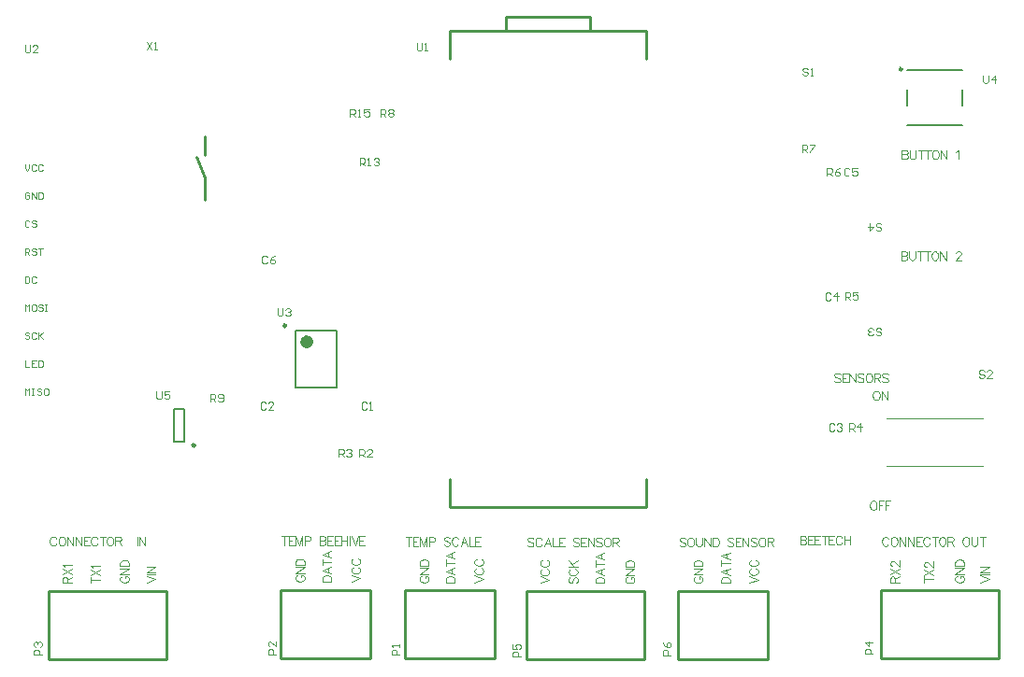
<source format=gto>
G04*
G04 #@! TF.GenerationSoftware,Altium Limited,Altium Designer,21.0.9 (235)*
G04*
G04 Layer_Color=65535*
%FSLAX44Y44*%
%MOMM*%
G71*
G04*
G04 #@! TF.SameCoordinates,2588B0E2-F362-4AB3-B6B3-F61507E4C0EF*
G04*
G04*
G04 #@! TF.FilePolarity,Positive*
G04*
G01*
G75*
%ADD10C,0.2500*%
%ADD11C,0.6000*%
%ADD12C,0.2000*%
%ADD13C,0.1000*%
%ADD14C,0.2540*%
%ADD15C,0.1270*%
D10*
X157296Y194750D02*
G03*
X157296Y194750I-1250J0D01*
G01*
X797500Y535750D02*
G03*
X797500Y535750I-1250J0D01*
G01*
X239599Y303216D02*
G03*
X239599Y303216I-1250J0D01*
G01*
D11*
X261349Y288466D02*
G03*
X261349Y288466I-3000J0D01*
G01*
D12*
X138046Y198000D02*
Y228000D01*
X147046Y198000D02*
Y228000D01*
X138046D02*
X147046D01*
X138046Y198000D02*
X147046D01*
X248349Y247466D02*
Y298466D01*
X285349Y247466D02*
Y298466D01*
X248349D02*
X285349D01*
X248349Y247466D02*
X285349D01*
D13*
X783180Y218778D02*
X870180D01*
X783180Y175778D02*
X870180D01*
X704969Y112498D02*
Y104500D01*
Y112498D02*
X708397D01*
X709540Y112117D01*
X709921Y111737D01*
X710301Y110975D01*
Y110213D01*
X709921Y109451D01*
X709540Y109070D01*
X708397Y108690D01*
X704969D02*
X708397D01*
X709540Y108309D01*
X709921Y107928D01*
X710301Y107166D01*
Y106024D01*
X709921Y105262D01*
X709540Y104881D01*
X708397Y104500D01*
X704969D01*
X717043Y112498D02*
X712092D01*
Y104500D01*
X717043D01*
X712092Y108690D02*
X715138D01*
X723327Y112498D02*
X718376D01*
Y104500D01*
X723327D01*
X718376Y108690D02*
X721423D01*
X727326Y112498D02*
Y104500D01*
X724660Y112498D02*
X729992D01*
X735896D02*
X730945D01*
Y104500D01*
X735896D01*
X730945Y108690D02*
X733992D01*
X742942Y110594D02*
X742561Y111356D01*
X741799Y112117D01*
X741038Y112498D01*
X739514D01*
X738753Y112117D01*
X737991Y111356D01*
X737610Y110594D01*
X737229Y109451D01*
Y107547D01*
X737610Y106404D01*
X737991Y105643D01*
X738753Y104881D01*
X739514Y104500D01*
X741038D01*
X741799Y104881D01*
X742561Y105643D01*
X742942Y106404D01*
X745189Y112498D02*
Y104500D01*
X750521Y112498D02*
Y104500D01*
X745189Y108690D02*
X750521D01*
X770535Y144248D02*
X769773Y143867D01*
X769012Y143106D01*
X768631Y142344D01*
X768250Y141201D01*
Y139297D01*
X768631Y138154D01*
X769012Y137393D01*
X769773Y136631D01*
X770535Y136250D01*
X772059D01*
X772821Y136631D01*
X773582Y137393D01*
X773963Y138154D01*
X774344Y139297D01*
Y141201D01*
X773963Y142344D01*
X773582Y143106D01*
X772821Y143867D01*
X772059Y144248D01*
X770535D01*
X776210D02*
Y136250D01*
Y144248D02*
X781161D01*
X776210Y140440D02*
X779257D01*
X782076Y144248D02*
Y136250D01*
Y144248D02*
X787027D01*
X782076Y140440D02*
X785123D01*
X773285Y243998D02*
X772523Y243617D01*
X771762Y242856D01*
X771381Y242094D01*
X771000Y240951D01*
Y239047D01*
X771381Y237904D01*
X771762Y237143D01*
X772523Y236381D01*
X773285Y236000D01*
X774809D01*
X775571Y236381D01*
X776332Y237143D01*
X776713Y237904D01*
X777094Y239047D01*
Y240951D01*
X776713Y242094D01*
X776332Y242856D01*
X775571Y243617D01*
X774809Y243998D01*
X773285D01*
X778960D02*
Y236000D01*
Y243998D02*
X784292Y236000D01*
Y243998D02*
Y236000D01*
X741582Y258606D02*
X740820Y259367D01*
X739678Y259748D01*
X738154D01*
X737012Y259367D01*
X736250Y258606D01*
Y257844D01*
X736631Y257082D01*
X737012Y256701D01*
X737774Y256320D01*
X740059Y255559D01*
X740820Y255178D01*
X741201Y254797D01*
X741582Y254035D01*
Y252893D01*
X740820Y252131D01*
X739678Y251750D01*
X738154D01*
X737012Y252131D01*
X736250Y252893D01*
X748324Y259748D02*
X743372D01*
Y251750D01*
X748324D01*
X743372Y255940D02*
X746419D01*
X749657Y259748D02*
Y251750D01*
Y259748D02*
X754989Y251750D01*
Y259748D02*
Y251750D01*
X762530Y258606D02*
X761768Y259367D01*
X760626Y259748D01*
X759102D01*
X757960Y259367D01*
X757198Y258606D01*
Y257844D01*
X757579Y257082D01*
X757960Y256701D01*
X758721Y256320D01*
X761007Y255559D01*
X761768Y255178D01*
X762149Y254797D01*
X762530Y254035D01*
Y252893D01*
X761768Y252131D01*
X760626Y251750D01*
X759102D01*
X757960Y252131D01*
X757198Y252893D01*
X766605Y259748D02*
X765844Y259367D01*
X765082Y258606D01*
X764701Y257844D01*
X764320Y256701D01*
Y254797D01*
X764701Y253654D01*
X765082Y252893D01*
X765844Y252131D01*
X766605Y251750D01*
X768129D01*
X768891Y252131D01*
X769652Y252893D01*
X770033Y253654D01*
X770414Y254797D01*
Y256701D01*
X770033Y257844D01*
X769652Y258606D01*
X768891Y259367D01*
X768129Y259748D01*
X766605D01*
X772280D02*
Y251750D01*
Y259748D02*
X775708D01*
X776851Y259367D01*
X777232Y258987D01*
X777613Y258225D01*
Y257463D01*
X777232Y256701D01*
X776851Y256320D01*
X775708Y255940D01*
X772280D01*
X774947D02*
X777613Y251750D01*
X784735Y258606D02*
X783973Y259367D01*
X782831Y259748D01*
X781307D01*
X780164Y259367D01*
X779403Y258606D01*
Y257844D01*
X779784Y257082D01*
X780164Y256701D01*
X780926Y256320D01*
X783211Y255559D01*
X783973Y255178D01*
X784354Y254797D01*
X784735Y254035D01*
Y252893D01*
X783973Y252131D01*
X782831Y251750D01*
X781307D01*
X780164Y252131D01*
X779403Y252893D01*
X3302Y348136D02*
Y342138D01*
X6301D01*
X7301Y343138D01*
Y347136D01*
X6301Y348136D01*
X3302D01*
X13299Y347136D02*
X12299Y348136D01*
X10300D01*
X9300Y347136D01*
Y343138D01*
X10300Y342138D01*
X12299D01*
X13299Y343138D01*
X3302Y367538D02*
Y373536D01*
X6301D01*
X7301Y372536D01*
Y370537D01*
X6301Y369537D01*
X3302D01*
X5301D02*
X7301Y367538D01*
X13299Y372536D02*
X12299Y373536D01*
X10300D01*
X9300Y372536D01*
Y371537D01*
X10300Y370537D01*
X12299D01*
X13299Y369537D01*
Y368538D01*
X12299Y367538D01*
X10300D01*
X9300Y368538D01*
X15298Y373536D02*
X19297D01*
X17298D01*
Y367538D01*
X3302Y449736D02*
Y445737D01*
X5301Y443738D01*
X7301Y445737D01*
Y449736D01*
X13299Y448736D02*
X12299Y449736D01*
X10300D01*
X9300Y448736D01*
Y444738D01*
X10300Y443738D01*
X12299D01*
X13299Y444738D01*
X19297Y448736D02*
X18297Y449736D01*
X16298D01*
X15298Y448736D01*
Y444738D01*
X16298Y443738D01*
X18297D01*
X19297Y444738D01*
X7301Y423336D02*
X6301Y424336D01*
X4302D01*
X3302Y423336D01*
Y419338D01*
X4302Y418338D01*
X6301D01*
X7301Y419338D01*
Y421337D01*
X5301D01*
X9300Y418338D02*
Y424336D01*
X13299Y418338D01*
Y424336D01*
X15298D02*
Y418338D01*
X18297D01*
X19297Y419338D01*
Y423336D01*
X18297Y424336D01*
X15298D01*
X7301Y397936D02*
X6301Y398936D01*
X4302D01*
X3302Y397936D01*
Y393938D01*
X4302Y392938D01*
X6301D01*
X7301Y393938D01*
X13299Y397936D02*
X12299Y398936D01*
X10300D01*
X9300Y397936D01*
Y396937D01*
X10300Y395937D01*
X12299D01*
X13299Y394937D01*
Y393938D01*
X12299Y392938D01*
X10300D01*
X9300Y393938D01*
X3302Y271936D02*
Y265938D01*
X7301D01*
X13299Y271936D02*
X9300D01*
Y265938D01*
X13299D01*
X9300Y268937D02*
X11299D01*
X15298Y271936D02*
Y265938D01*
X18297D01*
X19297Y266938D01*
Y270936D01*
X18297Y271936D01*
X15298D01*
X7301Y296336D02*
X6301Y297336D01*
X4302D01*
X3302Y296336D01*
Y295337D01*
X4302Y294337D01*
X6301D01*
X7301Y293337D01*
Y292338D01*
X6301Y291338D01*
X4302D01*
X3302Y292338D01*
X13299Y296336D02*
X12299Y297336D01*
X10300D01*
X9300Y296336D01*
Y292338D01*
X10300Y291338D01*
X12299D01*
X13299Y292338D01*
X15298Y297336D02*
Y291338D01*
Y293337D01*
X19297Y297336D01*
X16298Y294337D01*
X19297Y291338D01*
X3302Y316738D02*
Y322736D01*
X5301Y320737D01*
X7301Y322736D01*
Y316738D01*
X12299Y322736D02*
X10300D01*
X9300Y321736D01*
Y317738D01*
X10300Y316738D01*
X12299D01*
X13299Y317738D01*
Y321736D01*
X12299Y322736D01*
X19297Y321736D02*
X18297Y322736D01*
X16298D01*
X15298Y321736D01*
Y320737D01*
X16298Y319737D01*
X18297D01*
X19297Y318737D01*
Y317738D01*
X18297Y316738D01*
X16298D01*
X15298Y317738D01*
X21296Y322736D02*
X23296D01*
X22296D01*
Y316738D01*
X21296D01*
X23296D01*
X3302Y240538D02*
Y246536D01*
X5301Y244537D01*
X7301Y246536D01*
Y240538D01*
X9300Y246536D02*
X11299D01*
X10300D01*
Y240538D01*
X9300D01*
X11299D01*
X18297Y245536D02*
X17298Y246536D01*
X15298D01*
X14298Y245536D01*
Y244537D01*
X15298Y243537D01*
X17298D01*
X18297Y242537D01*
Y241538D01*
X17298Y240538D01*
X15298D01*
X14298Y241538D01*
X23296Y246536D02*
X21296D01*
X20296Y245536D01*
Y241538D01*
X21296Y240538D01*
X23296D01*
X24295Y241538D01*
Y245536D01*
X23296Y246536D01*
X796750Y370498D02*
Y362500D01*
Y370498D02*
X800178D01*
X801320Y370117D01*
X801701Y369737D01*
X802082Y368975D01*
Y368213D01*
X801701Y367451D01*
X801320Y367070D01*
X800178Y366690D01*
X796750D02*
X800178D01*
X801320Y366309D01*
X801701Y365928D01*
X802082Y365166D01*
Y364024D01*
X801701Y363262D01*
X801320Y362881D01*
X800178Y362500D01*
X796750D01*
X803872Y370498D02*
Y364785D01*
X804253Y363643D01*
X805015Y362881D01*
X806158Y362500D01*
X806919D01*
X808062Y362881D01*
X808824Y363643D01*
X809204Y364785D01*
Y370498D01*
X814080D02*
Y362500D01*
X811413Y370498D02*
X816746D01*
X820364D02*
Y362500D01*
X817698Y370498D02*
X823030D01*
X826267D02*
X825506Y370117D01*
X824744Y369356D01*
X824363Y368594D01*
X823982Y367451D01*
Y365547D01*
X824363Y364404D01*
X824744Y363643D01*
X825506Y362881D01*
X826267Y362500D01*
X827791D01*
X828553Y362881D01*
X829314Y363643D01*
X829695Y364404D01*
X830076Y365547D01*
Y367451D01*
X829695Y368594D01*
X829314Y369356D01*
X828553Y370117D01*
X827791Y370498D01*
X826267D01*
X831943D02*
Y362500D01*
Y370498D02*
X837275Y362500D01*
Y370498D02*
Y362500D01*
X846149Y368594D02*
Y368975D01*
X846530Y369737D01*
X846911Y370117D01*
X847673Y370498D01*
X849196D01*
X849958Y370117D01*
X850339Y369737D01*
X850719Y368975D01*
Y368213D01*
X850339Y367451D01*
X849577Y366309D01*
X845768Y362500D01*
X851100D01*
X797250Y462248D02*
Y454250D01*
Y462248D02*
X800678D01*
X801820Y461867D01*
X802201Y461487D01*
X802582Y460725D01*
Y459963D01*
X802201Y459201D01*
X801820Y458820D01*
X800678Y458440D01*
X797250D02*
X800678D01*
X801820Y458059D01*
X802201Y457678D01*
X802582Y456916D01*
Y455774D01*
X802201Y455012D01*
X801820Y454631D01*
X800678Y454250D01*
X797250D01*
X804372Y462248D02*
Y456535D01*
X804753Y455393D01*
X805515Y454631D01*
X806657Y454250D01*
X807419D01*
X808562Y454631D01*
X809324Y455393D01*
X809705Y456535D01*
Y462248D01*
X814580D02*
Y454250D01*
X811914Y462248D02*
X817246D01*
X820864D02*
Y454250D01*
X818198Y462248D02*
X823530D01*
X826768D02*
X826006Y461867D01*
X825244Y461106D01*
X824863Y460344D01*
X824482Y459201D01*
Y457297D01*
X824863Y456154D01*
X825244Y455393D01*
X826006Y454631D01*
X826768Y454250D01*
X828291D01*
X829053Y454631D01*
X829815Y455393D01*
X830195Y456154D01*
X830576Y457297D01*
Y459201D01*
X830195Y460344D01*
X829815Y461106D01*
X829053Y461867D01*
X828291Y462248D01*
X826768D01*
X832442D02*
Y454250D01*
Y462248D02*
X837775Y454250D01*
Y462248D02*
Y454250D01*
X846268Y460725D02*
X847030Y461106D01*
X848173Y462248D01*
Y454250D01*
X786852Y70470D02*
X794850D01*
X786852D02*
Y73898D01*
X787233Y75040D01*
X787613Y75421D01*
X788375Y75802D01*
X789137D01*
X789899Y75421D01*
X790279Y75040D01*
X790660Y73898D01*
Y70470D01*
Y73136D02*
X794850Y75802D01*
X786852Y77592D02*
X794850Y82924D01*
X786852D02*
X794850Y77592D01*
X788756Y85096D02*
X788375D01*
X787613Y85476D01*
X787233Y85857D01*
X786852Y86619D01*
Y88142D01*
X787233Y88904D01*
X787613Y89285D01*
X788375Y89666D01*
X789137D01*
X789899Y89285D01*
X791041Y88523D01*
X794850Y84715D01*
Y90047D01*
X817502Y73136D02*
X825500D01*
X817502Y70470D02*
Y75802D01*
Y76754D02*
X825500Y82087D01*
X817502D02*
X825500Y76754D01*
X819406Y84257D02*
X819025D01*
X818263Y84638D01*
X817883Y85019D01*
X817502Y85781D01*
Y87304D01*
X817883Y88066D01*
X818263Y88447D01*
X819025Y88828D01*
X819787D01*
X820549Y88447D01*
X821691Y87685D01*
X825500Y83877D01*
Y89209D01*
X868252Y70470D02*
X876250Y73517D01*
X868252Y76564D02*
X876250Y73517D01*
X868252Y77592D02*
X876250D01*
X868252Y79268D02*
X876250D01*
X868252D02*
X876250Y84600D01*
X868252D02*
X876250D01*
X847406Y76183D02*
X846644Y75802D01*
X845882Y75040D01*
X845502Y74279D01*
Y72755D01*
X845882Y71993D01*
X846644Y71232D01*
X847406Y70851D01*
X848549Y70470D01*
X850453D01*
X851596Y70851D01*
X852357Y71232D01*
X853119Y71993D01*
X853500Y72755D01*
Y74279D01*
X853119Y75040D01*
X852357Y75802D01*
X851596Y76183D01*
X850453D01*
Y74279D02*
Y76183D01*
X845502Y78011D02*
X853500D01*
X845502D02*
X853500Y83343D01*
X845502D02*
X853500D01*
X845502Y85553D02*
X853500D01*
X845502D02*
Y88219D01*
X845882Y89361D01*
X846644Y90123D01*
X847406Y90504D01*
X848549Y90885D01*
X850453D01*
X851596Y90504D01*
X852357Y90123D01*
X853119Y89361D01*
X853500Y88219D01*
Y85553D01*
X519752Y69720D02*
X527750D01*
X519752D02*
Y72386D01*
X520132Y73529D01*
X520894Y74290D01*
X521656Y74671D01*
X522799Y75052D01*
X524703D01*
X525846Y74671D01*
X526607Y74290D01*
X527369Y73529D01*
X527750Y72386D01*
Y69720D01*
Y82936D02*
X519752Y79889D01*
X527750Y76842D01*
X525084Y77985D02*
Y81794D01*
X519752Y87469D02*
X527750D01*
X519752Y84803D02*
Y90135D01*
X527750Y97181D02*
X519752Y94134D01*
X527750Y91087D01*
X525084Y92229D02*
Y96038D01*
X496644Y75052D02*
X495882Y74290D01*
X495502Y73148D01*
Y71624D01*
X495882Y70482D01*
X496644Y69720D01*
X497406D01*
X498168Y70101D01*
X498549Y70482D01*
X498929Y71244D01*
X499691Y73529D01*
X500072Y74290D01*
X500453Y74671D01*
X501215Y75052D01*
X502357D01*
X503119Y74290D01*
X503500Y73148D01*
Y71624D01*
X503119Y70482D01*
X502357Y69720D01*
X497406Y82555D02*
X496644Y82175D01*
X495882Y81413D01*
X495502Y80651D01*
Y79128D01*
X495882Y78366D01*
X496644Y77604D01*
X497406Y77223D01*
X498549Y76842D01*
X500453D01*
X501596Y77223D01*
X502357Y77604D01*
X503119Y78366D01*
X503500Y79128D01*
Y80651D01*
X503119Y81413D01*
X502357Y82175D01*
X501596Y82555D01*
X495502Y84803D02*
X503500D01*
X495502Y90135D02*
X500834Y84803D01*
X498929Y86707D02*
X503500Y90135D01*
X633502Y69970D02*
X641500D01*
X633502D02*
Y72636D01*
X633883Y73779D01*
X634644Y74541D01*
X635406Y74921D01*
X636549Y75302D01*
X638453D01*
X639596Y74921D01*
X640357Y74541D01*
X641119Y73779D01*
X641500Y72636D01*
Y69970D01*
Y83186D02*
X633502Y80139D01*
X641500Y77092D01*
X638834Y78235D02*
Y82044D01*
X633502Y87719D02*
X641500D01*
X633502Y85052D02*
Y90385D01*
X641500Y97431D02*
X633502Y94384D01*
X641500Y91337D01*
X638834Y92479D02*
Y96288D01*
X384300Y70470D02*
X392298D01*
X384300D02*
Y73136D01*
X384680Y74279D01*
X385442Y75040D01*
X386204Y75421D01*
X387347Y75802D01*
X389251D01*
X390394Y75421D01*
X391155Y75040D01*
X391917Y74279D01*
X392298Y73136D01*
Y70470D01*
Y83686D02*
X384300Y80639D01*
X392298Y77592D01*
X389632Y78735D02*
Y82544D01*
X384300Y88219D02*
X392298D01*
X384300Y85553D02*
Y90885D01*
X392298Y97931D02*
X384300Y94884D01*
X392298Y91837D01*
X389632Y92979D02*
Y96788D01*
X362656Y76183D02*
X361894Y75802D01*
X361133Y75040D01*
X360752Y74279D01*
Y72755D01*
X361133Y71993D01*
X361894Y71232D01*
X362656Y70851D01*
X363799Y70470D01*
X365703D01*
X366846Y70851D01*
X367607Y71232D01*
X368369Y71993D01*
X368750Y72755D01*
Y74279D01*
X368369Y75040D01*
X367607Y75802D01*
X366846Y76183D01*
X365703D01*
Y74279D02*
Y76183D01*
X360752Y78011D02*
X368750D01*
X360752D02*
X368750Y83343D01*
X360752D02*
X368750D01*
X360752Y85553D02*
X368750D01*
X360752D02*
Y88219D01*
X361133Y89361D01*
X361894Y90123D01*
X362656Y90504D01*
X363799Y90885D01*
X365703D01*
X366846Y90504D01*
X367607Y90123D01*
X368369Y89361D01*
X368750Y88219D01*
Y85553D01*
X610656Y75683D02*
X609894Y75302D01*
X609132Y74540D01*
X608752Y73779D01*
Y72255D01*
X609132Y71494D01*
X609894Y70732D01*
X610656Y70351D01*
X611799Y69970D01*
X613703D01*
X614846Y70351D01*
X615607Y70732D01*
X616369Y71494D01*
X616750Y72255D01*
Y73779D01*
X616369Y74540D01*
X615607Y75302D01*
X614846Y75683D01*
X613703D01*
Y73779D02*
Y75683D01*
X608752Y77511D02*
X616750D01*
X608752D02*
X616750Y82843D01*
X608752D02*
X616750D01*
X608752Y85052D02*
X616750D01*
X608752D02*
Y87719D01*
X609132Y88861D01*
X609894Y89623D01*
X610656Y90004D01*
X611799Y90385D01*
X613703D01*
X614846Y90004D01*
X615607Y89623D01*
X616369Y88861D01*
X616750Y87719D01*
Y85052D01*
X548906Y75433D02*
X548144Y75052D01*
X547383Y74290D01*
X547002Y73529D01*
Y72005D01*
X547383Y71244D01*
X548144Y70482D01*
X548906Y70101D01*
X550049Y69720D01*
X551953D01*
X553096Y70101D01*
X553857Y70482D01*
X554619Y71244D01*
X555000Y72005D01*
Y73529D01*
X554619Y74290D01*
X553857Y75052D01*
X553096Y75433D01*
X551953D01*
Y73529D02*
Y75433D01*
X547002Y77261D02*
X555000D01*
X547002D02*
X555000Y82593D01*
X547002D02*
X555000D01*
X547002Y84803D02*
X555000D01*
X547002D02*
Y87469D01*
X547383Y88611D01*
X548144Y89373D01*
X548906Y89754D01*
X550049Y90135D01*
X551953D01*
X553096Y89754D01*
X553857Y89373D01*
X554619Y88611D01*
X555000Y87469D01*
Y84803D01*
X469752Y69720D02*
X477750Y72767D01*
X469752Y75814D02*
X477750Y72767D01*
X471656Y82555D02*
X470894Y82175D01*
X470133Y81413D01*
X469752Y80651D01*
Y79127D01*
X470133Y78366D01*
X470894Y77604D01*
X471656Y77223D01*
X472799Y76842D01*
X474703D01*
X475846Y77223D01*
X476607Y77604D01*
X477369Y78366D01*
X477750Y79127D01*
Y80651D01*
X477369Y81413D01*
X476607Y82175D01*
X475846Y82555D01*
X471656Y90515D02*
X470894Y90135D01*
X470133Y89373D01*
X469752Y88611D01*
Y87088D01*
X470133Y86326D01*
X470894Y85564D01*
X471656Y85183D01*
X472799Y84803D01*
X474703D01*
X475846Y85183D01*
X476607Y85564D01*
X477369Y86326D01*
X477750Y87088D01*
Y88611D01*
X477369Y89373D01*
X476607Y90135D01*
X475846Y90515D01*
X659002Y69970D02*
X667000Y73017D01*
X659002Y76064D02*
X667000Y73017D01*
X660906Y82805D02*
X660144Y82424D01*
X659382Y81663D01*
X659002Y80901D01*
Y79377D01*
X659382Y78616D01*
X660144Y77854D01*
X660906Y77473D01*
X662049Y77092D01*
X663953D01*
X665096Y77473D01*
X665857Y77854D01*
X666619Y78616D01*
X667000Y79377D01*
Y80901D01*
X666619Y81663D01*
X665857Y82424D01*
X665096Y82805D01*
X660906Y90766D02*
X660144Y90385D01*
X659382Y89623D01*
X659002Y88861D01*
Y87338D01*
X659382Y86576D01*
X660144Y85814D01*
X660906Y85433D01*
X662049Y85052D01*
X663953D01*
X665096Y85433D01*
X665857Y85814D01*
X666619Y86576D01*
X667000Y87338D01*
Y88861D01*
X666619Y89623D01*
X665857Y90385D01*
X665096Y90766D01*
X410252Y70470D02*
X418250Y73517D01*
X410252Y76564D02*
X418250Y73517D01*
X412156Y83305D02*
X411394Y82924D01*
X410633Y82163D01*
X410252Y81401D01*
Y79878D01*
X410633Y79116D01*
X411394Y78354D01*
X412156Y77973D01*
X413299Y77592D01*
X415203D01*
X416346Y77973D01*
X417107Y78354D01*
X417869Y79116D01*
X418250Y79878D01*
Y81401D01*
X417869Y82163D01*
X417107Y82924D01*
X416346Y83305D01*
X412156Y91266D02*
X411394Y90885D01*
X410633Y90123D01*
X410252Y89361D01*
Y87838D01*
X410633Y87076D01*
X411394Y86314D01*
X412156Y85933D01*
X413299Y85553D01*
X415203D01*
X416346Y85933D01*
X417107Y86314D01*
X417869Y87076D01*
X418250Y87838D01*
Y89361D01*
X417869Y90123D01*
X417107Y90885D01*
X416346Y91266D01*
X298752Y71220D02*
X306750Y74267D01*
X298752Y77314D02*
X306750Y74267D01*
X300656Y84055D02*
X299894Y83674D01*
X299132Y82913D01*
X298752Y82151D01*
Y80627D01*
X299132Y79866D01*
X299894Y79104D01*
X300656Y78723D01*
X301799Y78342D01*
X303703D01*
X304846Y78723D01*
X305607Y79104D01*
X306369Y79866D01*
X306750Y80627D01*
Y82151D01*
X306369Y82913D01*
X305607Y83674D01*
X304846Y84055D01*
X300656Y92015D02*
X299894Y91635D01*
X299132Y90873D01*
X298752Y90111D01*
Y88588D01*
X299132Y87826D01*
X299894Y87064D01*
X300656Y86683D01*
X301799Y86302D01*
X303703D01*
X304846Y86683D01*
X305607Y87064D01*
X306369Y87826D01*
X306750Y88588D01*
Y90111D01*
X306369Y90873D01*
X305607Y91635D01*
X304846Y92015D01*
X272502Y71220D02*
X280500D01*
X272502D02*
Y73886D01*
X272883Y75029D01*
X273644Y75791D01*
X274406Y76171D01*
X275549Y76552D01*
X277453D01*
X278596Y76171D01*
X279357Y75791D01*
X280119Y75029D01*
X280500Y73886D01*
Y71220D01*
Y84436D02*
X272502Y81389D01*
X280500Y78342D01*
X277834Y79485D02*
Y83294D01*
X272502Y88969D02*
X280500D01*
X272502Y86302D02*
Y91635D01*
X280500Y98681D02*
X272502Y95634D01*
X280500Y92587D01*
X277834Y93729D02*
Y97538D01*
X250152Y76933D02*
X249390Y76552D01*
X248629Y75791D01*
X248248Y75029D01*
Y73505D01*
X248629Y72744D01*
X249390Y71982D01*
X250152Y71601D01*
X251295Y71220D01*
X253199D01*
X254342Y71601D01*
X255103Y71982D01*
X255865Y72744D01*
X256246Y73505D01*
Y75029D01*
X255865Y75791D01*
X255103Y76552D01*
X254342Y76933D01*
X253199D01*
Y75029D02*
Y76933D01*
X248248Y78761D02*
X256246D01*
X248248D02*
X256246Y84094D01*
X248248D02*
X256246D01*
X248248Y86302D02*
X256246D01*
X248248D02*
Y88969D01*
X248629Y90111D01*
X249390Y90873D01*
X250152Y91254D01*
X251295Y91635D01*
X253199D01*
X254342Y91254D01*
X255103Y90873D01*
X255865Y90111D01*
X256246Y88969D01*
Y86302D01*
X784923Y109594D02*
X784542Y110356D01*
X783780Y111117D01*
X783019Y111498D01*
X781495D01*
X780733Y111117D01*
X779972Y110356D01*
X779591Y109594D01*
X779210Y108451D01*
Y106547D01*
X779591Y105404D01*
X779972Y104643D01*
X780733Y103881D01*
X781495Y103500D01*
X783019D01*
X783780Y103881D01*
X784542Y104643D01*
X784923Y105404D01*
X789455Y111498D02*
X788694Y111117D01*
X787932Y110356D01*
X787551Y109594D01*
X787170Y108451D01*
Y106547D01*
X787551Y105404D01*
X787932Y104643D01*
X788694Y103881D01*
X789455Y103500D01*
X790979D01*
X791741Y103881D01*
X792502Y104643D01*
X792883Y105404D01*
X793264Y106547D01*
Y108451D01*
X792883Y109594D01*
X792502Y110356D01*
X791741Y111117D01*
X790979Y111498D01*
X789455D01*
X795130D02*
Y103500D01*
Y111498D02*
X800463Y103500D01*
Y111498D02*
Y103500D01*
X802672Y111498D02*
Y103500D01*
Y111498D02*
X808004Y103500D01*
Y111498D02*
Y103500D01*
X815164Y111498D02*
X810213D01*
Y103500D01*
X815164D01*
X810213Y107690D02*
X813260D01*
X822210Y109594D02*
X821830Y110356D01*
X821068Y111117D01*
X820306Y111498D01*
X818783D01*
X818021Y111117D01*
X817259Y110356D01*
X816878Y109594D01*
X816497Y108451D01*
Y106547D01*
X816878Y105404D01*
X817259Y104643D01*
X818021Y103881D01*
X818783Y103500D01*
X820306D01*
X821068Y103881D01*
X821830Y104643D01*
X822210Y105404D01*
X827124Y111498D02*
Y103500D01*
X824457Y111498D02*
X829790D01*
X833027D02*
X832265Y111117D01*
X831504Y110356D01*
X831123Y109594D01*
X830742Y108451D01*
Y106547D01*
X831123Y105404D01*
X831504Y104643D01*
X832265Y103881D01*
X833027Y103500D01*
X834551D01*
X835312Y103881D01*
X836074Y104643D01*
X836455Y105404D01*
X836836Y106547D01*
Y108451D01*
X836455Y109594D01*
X836074Y110356D01*
X835312Y111117D01*
X834551Y111498D01*
X833027D01*
X838702D02*
Y103500D01*
Y111498D02*
X842130D01*
X843272Y111117D01*
X843653Y110737D01*
X844034Y109975D01*
Y109213D01*
X843653Y108451D01*
X843272Y108070D01*
X842130Y107690D01*
X838702D01*
X841368D02*
X844034Y103500D01*
X854394Y111498D02*
X853632Y111117D01*
X852870Y110356D01*
X852490Y109594D01*
X852109Y108451D01*
Y106547D01*
X852490Y105404D01*
X852870Y104643D01*
X853632Y103881D01*
X854394Y103500D01*
X855917D01*
X856679Y103881D01*
X857441Y104643D01*
X857822Y105404D01*
X858203Y106547D01*
Y108451D01*
X857822Y109594D01*
X857441Y110356D01*
X856679Y111117D01*
X855917Y111498D01*
X854394D01*
X860069D02*
Y105785D01*
X860450Y104643D01*
X861212Y103881D01*
X862354Y103500D01*
X863116D01*
X864258Y103881D01*
X865020Y104643D01*
X865401Y105785D01*
Y111498D01*
X870276D02*
Y103500D01*
X867610Y111498D02*
X872942D01*
X601192Y109856D02*
X600430Y110617D01*
X599288Y110998D01*
X597764D01*
X596622Y110617D01*
X595860Y109856D01*
Y109094D01*
X596241Y108332D01*
X596622Y107951D01*
X597383Y107570D01*
X599669Y106809D01*
X600430Y106428D01*
X600811Y106047D01*
X601192Y105285D01*
Y104143D01*
X600430Y103381D01*
X599288Y103000D01*
X597764D01*
X596622Y103381D01*
X595860Y104143D01*
X605267Y110998D02*
X604506Y110617D01*
X603744Y109856D01*
X603363Y109094D01*
X602982Y107951D01*
Y106047D01*
X603363Y104904D01*
X603744Y104143D01*
X604506Y103381D01*
X605267Y103000D01*
X606791D01*
X607553Y103381D01*
X608314Y104143D01*
X608695Y104904D01*
X609076Y106047D01*
Y107951D01*
X608695Y109094D01*
X608314Y109856D01*
X607553Y110617D01*
X606791Y110998D01*
X605267D01*
X610942D02*
Y105285D01*
X611323Y104143D01*
X612085Y103381D01*
X613228Y103000D01*
X613989D01*
X615132Y103381D01*
X615894Y104143D01*
X616275Y105285D01*
Y110998D01*
X618484D02*
Y103000D01*
Y110998D02*
X623816Y103000D01*
Y110998D02*
Y103000D01*
X626025Y110998D02*
Y103000D01*
Y110998D02*
X628691D01*
X629834Y110617D01*
X630595Y109856D01*
X630976Y109094D01*
X631357Y107951D01*
Y106047D01*
X630976Y104904D01*
X630595Y104143D01*
X629834Y103381D01*
X628691Y103000D01*
X626025D01*
X644764Y109856D02*
X644002Y110617D01*
X642859Y110998D01*
X641336D01*
X640193Y110617D01*
X639432Y109856D01*
Y109094D01*
X639813Y108332D01*
X640193Y107951D01*
X640955Y107570D01*
X643240Y106809D01*
X644002Y106428D01*
X644383Y106047D01*
X644764Y105285D01*
Y104143D01*
X644002Y103381D01*
X642859Y103000D01*
X641336D01*
X640193Y103381D01*
X639432Y104143D01*
X651505Y110998D02*
X646554D01*
Y103000D01*
X651505D01*
X646554Y107190D02*
X649601D01*
X652838Y110998D02*
Y103000D01*
Y110998D02*
X658170Y103000D01*
Y110998D02*
Y103000D01*
X665712Y109856D02*
X664950Y110617D01*
X663807Y110998D01*
X662284D01*
X661141Y110617D01*
X660379Y109856D01*
Y109094D01*
X660760Y108332D01*
X661141Y107951D01*
X661903Y107570D01*
X664188Y106809D01*
X664950Y106428D01*
X665331Y106047D01*
X665712Y105285D01*
Y104143D01*
X664950Y103381D01*
X663807Y103000D01*
X662284D01*
X661141Y103381D01*
X660379Y104143D01*
X669787Y110998D02*
X669025Y110617D01*
X668264Y109856D01*
X667883Y109094D01*
X667502Y107951D01*
Y106047D01*
X667883Y104904D01*
X668264Y104143D01*
X669025Y103381D01*
X669787Y103000D01*
X671311D01*
X672072Y103381D01*
X672834Y104143D01*
X673215Y104904D01*
X673596Y106047D01*
Y107951D01*
X673215Y109094D01*
X672834Y109856D01*
X672072Y110617D01*
X671311Y110998D01*
X669787D01*
X675462D02*
Y103000D01*
Y110998D02*
X678890D01*
X680033Y110617D01*
X680413Y110237D01*
X680794Y109475D01*
Y108713D01*
X680413Y107951D01*
X680033Y107570D01*
X678890Y107190D01*
X675462D01*
X678128D02*
X680794Y103000D01*
X463642Y109606D02*
X462880Y110367D01*
X461738Y110748D01*
X460214D01*
X459072Y110367D01*
X458310Y109606D01*
Y108844D01*
X458691Y108082D01*
X459072Y107701D01*
X459833Y107320D01*
X462119Y106559D01*
X462880Y106178D01*
X463261Y105797D01*
X463642Y105035D01*
Y103893D01*
X462880Y103131D01*
X461738Y102750D01*
X460214D01*
X459072Y103131D01*
X458310Y103893D01*
X471145Y108844D02*
X470765Y109606D01*
X470003Y110367D01*
X469241Y110748D01*
X467718D01*
X466956Y110367D01*
X466194Y109606D01*
X465813Y108844D01*
X465432Y107701D01*
Y105797D01*
X465813Y104654D01*
X466194Y103893D01*
X466956Y103131D01*
X467718Y102750D01*
X469241D01*
X470003Y103131D01*
X470765Y103893D01*
X471145Y104654D01*
X479486Y102750D02*
X476439Y110748D01*
X473392Y102750D01*
X474535Y105416D02*
X478344D01*
X481353Y110748D02*
Y102750D01*
X485923D01*
X491750Y110748D02*
X486799D01*
Y102750D01*
X491750D01*
X486799Y106940D02*
X489846D01*
X504700Y109606D02*
X503938Y110367D01*
X502796Y110748D01*
X501272D01*
X500130Y110367D01*
X499368Y109606D01*
Y108844D01*
X499749Y108082D01*
X500130Y107701D01*
X500891Y107320D01*
X503177Y106559D01*
X503938Y106178D01*
X504319Y105797D01*
X504700Y105035D01*
Y103893D01*
X503938Y103131D01*
X502796Y102750D01*
X501272D01*
X500130Y103131D01*
X499368Y103893D01*
X511441Y110748D02*
X506490D01*
Y102750D01*
X511441D01*
X506490Y106940D02*
X509537D01*
X512775Y110748D02*
Y102750D01*
Y110748D02*
X518107Y102750D01*
Y110748D02*
Y102750D01*
X525648Y109606D02*
X524886Y110367D01*
X523744Y110748D01*
X522220D01*
X521077Y110367D01*
X520316Y109606D01*
Y108844D01*
X520697Y108082D01*
X521077Y107701D01*
X521839Y107320D01*
X524124Y106559D01*
X524886Y106178D01*
X525267Y105797D01*
X525648Y105035D01*
Y103893D01*
X524886Y103131D01*
X523744Y102750D01*
X522220D01*
X521077Y103131D01*
X520316Y103893D01*
X529723Y110748D02*
X528962Y110367D01*
X528200Y109606D01*
X527819Y108844D01*
X527438Y107701D01*
Y105797D01*
X527819Y104654D01*
X528200Y103893D01*
X528962Y103131D01*
X529723Y102750D01*
X531247D01*
X532009Y103131D01*
X532770Y103893D01*
X533151Y104654D01*
X533532Y105797D01*
Y107701D01*
X533151Y108844D01*
X532770Y109606D01*
X532009Y110367D01*
X531247Y110748D01*
X529723D01*
X535398D02*
Y102750D01*
Y110748D02*
X538826D01*
X539969Y110367D01*
X540350Y109986D01*
X540731Y109225D01*
Y108463D01*
X540350Y107701D01*
X539969Y107320D01*
X538826Y106940D01*
X535398D01*
X538064D02*
X540731Y102750D01*
X350876Y111498D02*
Y103500D01*
X348210Y111498D02*
X353542D01*
X359446D02*
X354494D01*
Y103500D01*
X359446D01*
X354494Y107690D02*
X357541D01*
X360779Y111498D02*
Y103500D01*
Y111498D02*
X363826Y103500D01*
X366873Y111498D02*
X363826Y103500D01*
X366873Y111498D02*
Y103500D01*
X369158Y107309D02*
X372586D01*
X373728Y107690D01*
X374109Y108070D01*
X374490Y108832D01*
Y109975D01*
X374109Y110737D01*
X373728Y111117D01*
X372586Y111498D01*
X369158D01*
Y103500D01*
X387897Y110356D02*
X387135Y111117D01*
X385992Y111498D01*
X384469D01*
X383326Y111117D01*
X382565Y110356D01*
Y109594D01*
X382945Y108832D01*
X383326Y108451D01*
X384088Y108070D01*
X386373Y107309D01*
X387135Y106928D01*
X387516Y106547D01*
X387897Y105785D01*
Y104643D01*
X387135Y103881D01*
X385992Y103500D01*
X384469D01*
X383326Y103881D01*
X382565Y104643D01*
X395400Y109594D02*
X395019Y110356D01*
X394257Y111117D01*
X393495Y111498D01*
X391972D01*
X391210Y111117D01*
X390448Y110356D01*
X390068Y109594D01*
X389687Y108451D01*
Y106547D01*
X390068Y105404D01*
X390448Y104643D01*
X391210Y103881D01*
X391972Y103500D01*
X393495D01*
X394257Y103881D01*
X395019Y104643D01*
X395400Y105404D01*
X403741Y103500D02*
X400694Y111498D01*
X397647Y103500D01*
X398790Y106166D02*
X402598D01*
X405607Y111498D02*
Y103500D01*
X410178D01*
X416005Y111498D02*
X411054D01*
Y103500D01*
X416005D01*
X411054Y107690D02*
X414101D01*
X238403Y112248D02*
Y104250D01*
X235737Y112248D02*
X241069D01*
X246973D02*
X242022D01*
Y104250D01*
X246973D01*
X242022Y108440D02*
X245068D01*
X248306Y112248D02*
Y104250D01*
Y112248D02*
X251353Y104250D01*
X254400Y112248D02*
X251353Y104250D01*
X254400Y112248D02*
Y104250D01*
X256685Y108059D02*
X260113D01*
X261255Y108440D01*
X261636Y108820D01*
X262017Y109582D01*
Y110725D01*
X261636Y111487D01*
X261255Y111867D01*
X260113Y112248D01*
X256685D01*
Y104250D01*
X270092Y112248D02*
Y104250D01*
Y112248D02*
X273520D01*
X274662Y111867D01*
X275043Y111487D01*
X275424Y110725D01*
Y109963D01*
X275043Y109201D01*
X274662Y108820D01*
X273520Y108440D01*
X270092D02*
X273520D01*
X274662Y108059D01*
X275043Y107678D01*
X275424Y106916D01*
Y105773D01*
X275043Y105012D01*
X274662Y104631D01*
X273520Y104250D01*
X270092D01*
X282165Y112248D02*
X277214D01*
Y104250D01*
X282165D01*
X277214Y108440D02*
X280261D01*
X288450Y112248D02*
X283498D01*
Y104250D01*
X288450D01*
X283498Y108440D02*
X286545D01*
X289783Y112248D02*
Y104250D01*
X295115Y112248D02*
Y104250D01*
X289783Y108440D02*
X295115D01*
X297324Y112248D02*
Y104250D01*
X299000Y112248D02*
X302047Y104250D01*
X305094Y112248D02*
X302047Y104250D01*
X311073Y112248D02*
X306122D01*
Y104250D01*
X311073D01*
X306122Y108440D02*
X309169D01*
X31425Y109844D02*
X31044Y110606D01*
X30282Y111367D01*
X29521Y111748D01*
X27997D01*
X27236Y111367D01*
X26474Y110606D01*
X26093Y109844D01*
X25712Y108701D01*
Y106797D01*
X26093Y105654D01*
X26474Y104893D01*
X27236Y104131D01*
X27997Y103750D01*
X29521D01*
X30282Y104131D01*
X31044Y104893D01*
X31425Y105654D01*
X35958Y111748D02*
X35196Y111367D01*
X34434Y110606D01*
X34053Y109844D01*
X33672Y108701D01*
Y106797D01*
X34053Y105654D01*
X34434Y104893D01*
X35196Y104131D01*
X35958Y103750D01*
X37481D01*
X38243Y104131D01*
X39004Y104893D01*
X39385Y105654D01*
X39766Y106797D01*
Y108701D01*
X39385Y109844D01*
X39004Y110606D01*
X38243Y111367D01*
X37481Y111748D01*
X35958D01*
X41632D02*
Y103750D01*
Y111748D02*
X46965Y103750D01*
Y111748D02*
Y103750D01*
X49174Y111748D02*
Y103750D01*
Y111748D02*
X54506Y103750D01*
Y111748D02*
Y103750D01*
X61666Y111748D02*
X56715D01*
Y103750D01*
X61666D01*
X56715Y107940D02*
X59762D01*
X68712Y109844D02*
X68331Y110606D01*
X67570Y111367D01*
X66808Y111748D01*
X65285D01*
X64523Y111367D01*
X63761Y110606D01*
X63380Y109844D01*
X62999Y108701D01*
Y106797D01*
X63380Y105654D01*
X63761Y104893D01*
X64523Y104131D01*
X65285Y103750D01*
X66808D01*
X67570Y104131D01*
X68331Y104893D01*
X68712Y105654D01*
X73626Y111748D02*
Y103750D01*
X70960Y111748D02*
X76292D01*
X79529D02*
X78767Y111367D01*
X78006Y110606D01*
X77625Y109844D01*
X77244Y108701D01*
Y106797D01*
X77625Y105654D01*
X78006Y104893D01*
X78767Y104131D01*
X79529Y103750D01*
X81053D01*
X81814Y104131D01*
X82576Y104893D01*
X82957Y105654D01*
X83338Y106797D01*
Y108701D01*
X82957Y109844D01*
X82576Y110606D01*
X81814Y111367D01*
X81053Y111748D01*
X79529D01*
X85204D02*
Y103750D01*
Y111748D02*
X88632D01*
X89775Y111367D01*
X90155Y110987D01*
X90536Y110225D01*
Y109463D01*
X90155Y108701D01*
X89775Y108321D01*
X88632Y107940D01*
X85204D01*
X87870D02*
X90536Y103750D01*
X104895Y111748D02*
Y103750D01*
X106571Y111748D02*
Y103750D01*
Y111748D02*
X111903Y103750D01*
Y111748D02*
Y103750D01*
X113404Y70220D02*
X121402Y73267D01*
X113404Y76314D02*
X121402Y73267D01*
X113404Y77342D02*
X121402D01*
X113404Y79018D02*
X121402D01*
X113404D02*
X121402Y84350D01*
X113404D02*
X121402D01*
X91308Y75933D02*
X90546Y75552D01*
X89785Y74791D01*
X89404Y74029D01*
Y72505D01*
X89785Y71743D01*
X90546Y70982D01*
X91308Y70601D01*
X92451Y70220D01*
X94355D01*
X95498Y70601D01*
X96259Y70982D01*
X97021Y71743D01*
X97402Y72505D01*
Y74029D01*
X97021Y74791D01*
X96259Y75552D01*
X95498Y75933D01*
X94355D01*
Y74029D02*
Y75933D01*
X89404Y77761D02*
X97402D01*
X89404D02*
X97402Y83094D01*
X89404D02*
X97402D01*
X89404Y85302D02*
X97402D01*
X89404D02*
Y87969D01*
X89785Y89111D01*
X90546Y89873D01*
X91308Y90254D01*
X92451Y90635D01*
X94355D01*
X95498Y90254D01*
X96259Y89873D01*
X97021Y89111D01*
X97402Y87969D01*
Y85302D01*
X63154Y72886D02*
X71152D01*
X63154Y70220D02*
Y75552D01*
Y76504D02*
X71152Y81837D01*
X63154D02*
X71152Y76504D01*
X64677Y83627D02*
X64296Y84388D01*
X63154Y85531D01*
X71152D01*
X37654Y70220D02*
X45652D01*
X37654D02*
Y73648D01*
X38035Y74791D01*
X38416Y75171D01*
X39177Y75552D01*
X39939D01*
X40701Y75171D01*
X41082Y74791D01*
X41462Y73648D01*
Y70220D01*
Y72886D02*
X45652Y75552D01*
X37654Y77342D02*
X45652Y82675D01*
X37654D02*
X45652Y77342D01*
X39177Y84465D02*
X38796Y85226D01*
X37654Y86369D01*
X45652D01*
X122412Y243877D02*
Y238046D01*
X123579Y236879D01*
X125911D01*
X127078Y238046D01*
Y243877D01*
X134075D02*
X129410D01*
Y240378D01*
X131743Y241544D01*
X132909D01*
X134075Y240378D01*
Y238046D01*
X132909Y236879D01*
X130576D01*
X129410Y238046D01*
X170932Y234293D02*
Y241291D01*
X174431D01*
X175597Y240125D01*
Y237792D01*
X174431Y236626D01*
X170932D01*
X173265D02*
X175597Y234293D01*
X177930Y235459D02*
X179096Y234293D01*
X181429D01*
X182595Y235459D01*
Y240125D01*
X181429Y241291D01*
X179096D01*
X177930Y240125D01*
Y238958D01*
X179096Y237792D01*
X182595D01*
X113445Y560267D02*
X118110Y553269D01*
Y560267D02*
X113445Y553269D01*
X120443D02*
X122775D01*
X121609D01*
Y560267D01*
X120443Y559101D01*
X297509Y492737D02*
Y499735D01*
X301008D01*
X302174Y498569D01*
Y496236D01*
X301008Y495070D01*
X297509D01*
X299841D02*
X302174Y492737D01*
X304506D02*
X306839D01*
X305673D01*
Y499735D01*
X304506Y498569D01*
X315003Y499735D02*
X310338D01*
Y496236D01*
X312670Y497402D01*
X313837D01*
X315003Y496236D01*
Y493903D01*
X313837Y492737D01*
X311504D01*
X310338Y493903D01*
X306256Y448193D02*
Y455191D01*
X309755D01*
X310921Y454025D01*
Y451692D01*
X309755Y450526D01*
X306256D01*
X308589D02*
X310921Y448193D01*
X313254D02*
X315586D01*
X314420D01*
Y455191D01*
X313254Y454025D01*
X319085D02*
X320251Y455191D01*
X322584D01*
X323750Y454025D01*
Y452858D01*
X322584Y451692D01*
X321418D01*
X322584D01*
X323750Y450526D01*
Y449359D01*
X322584Y448193D01*
X320251D01*
X319085Y449359D01*
X325131Y492737D02*
Y499735D01*
X328629D01*
X329796Y498569D01*
Y496236D01*
X328629Y495070D01*
X325131D01*
X327463D02*
X329796Y492737D01*
X332128Y498569D02*
X333295Y499735D01*
X335627D01*
X336794Y498569D01*
Y497402D01*
X335627Y496236D01*
X336794Y495070D01*
Y493903D01*
X335627Y492737D01*
X333295D01*
X332128Y493903D01*
Y495070D01*
X333295Y496236D01*
X332128Y497402D01*
Y498569D01*
X333295Y496236D02*
X335627D01*
X222656Y365583D02*
X221489Y366749D01*
X219157D01*
X217990Y365583D01*
Y360917D01*
X219157Y359751D01*
X221489D01*
X222656Y360917D01*
X229653Y366749D02*
X227321Y365583D01*
X224988Y363250D01*
Y360917D01*
X226155Y359751D01*
X228487D01*
X229653Y360917D01*
Y362084D01*
X228487Y363250D01*
X224988D01*
X706668Y460251D02*
Y467249D01*
X710167D01*
X711334Y466083D01*
Y463750D01*
X710167Y462584D01*
X706668D01*
X709001D02*
X711334Y460251D01*
X713666Y467249D02*
X718332D01*
Y466083D01*
X713666Y461417D01*
Y460251D01*
X773564Y390227D02*
X774730Y389061D01*
X777063D01*
X778229Y390227D01*
Y391394D01*
X777063Y392560D01*
X774730D01*
X773564Y393726D01*
Y394893D01*
X774730Y396059D01*
X777063D01*
X778229Y394893D01*
X767732Y396059D02*
Y389061D01*
X771231Y392560D01*
X766566D01*
X773615Y295240D02*
X774781Y294074D01*
X777114D01*
X778280Y295240D01*
Y296407D01*
X777114Y297573D01*
X774781D01*
X773615Y298739D01*
Y299906D01*
X774781Y301072D01*
X777114D01*
X778280Y299906D01*
X771283Y295240D02*
X770116Y294074D01*
X767784D01*
X766617Y295240D01*
Y296407D01*
X767784Y297573D01*
X768950D01*
X767784D01*
X766617Y298739D01*
Y299906D01*
X767784Y301072D01*
X770116D01*
X771283Y299906D01*
X729312Y439001D02*
Y445999D01*
X732811D01*
X733978Y444833D01*
Y442500D01*
X732811Y441334D01*
X729312D01*
X731645D02*
X733978Y439001D01*
X740975Y445999D02*
X738643Y444833D01*
X736310Y442500D01*
Y440167D01*
X737476Y439001D01*
X739809D01*
X740975Y440167D01*
Y441334D01*
X739809Y442500D01*
X736310D01*
X745659Y326751D02*
Y333749D01*
X749158D01*
X750324Y332583D01*
Y330250D01*
X749158Y329084D01*
X745659D01*
X747992D02*
X750324Y326751D01*
X757322Y333749D02*
X752657D01*
Y330250D01*
X754989Y331416D01*
X756156D01*
X757322Y330250D01*
Y327917D01*
X756156Y326751D01*
X753823D01*
X752657Y327917D01*
X749734Y444833D02*
X748568Y445999D01*
X746235D01*
X745069Y444833D01*
Y440167D01*
X746235Y439001D01*
X748568D01*
X749734Y440167D01*
X756732Y445999D02*
X752066D01*
Y442500D01*
X754399Y443666D01*
X755565D01*
X756732Y442500D01*
Y440167D01*
X755565Y439001D01*
X753233D01*
X752066Y440167D01*
X732750Y332057D02*
X731584Y333223D01*
X729251D01*
X728085Y332057D01*
Y327391D01*
X729251Y326225D01*
X731584D01*
X732750Y327391D01*
X738581Y326225D02*
Y333223D01*
X735082Y329724D01*
X739748D01*
X871834Y261611D02*
X870667Y262777D01*
X868335D01*
X867169Y261611D01*
Y260444D01*
X868335Y259278D01*
X870667D01*
X871834Y258112D01*
Y256945D01*
X870667Y255779D01*
X868335D01*
X867169Y256945D01*
X878831Y255779D02*
X874166D01*
X878831Y260444D01*
Y261611D01*
X877665Y262777D01*
X875333D01*
X874166Y261611D01*
X749418Y207666D02*
Y214664D01*
X752917D01*
X754084Y213498D01*
Y211165D01*
X752917Y209999D01*
X749418D01*
X751751D02*
X754084Y207666D01*
X759915D02*
Y214664D01*
X756416Y211165D01*
X761081D01*
X735957Y213498D02*
X734791Y214664D01*
X732458D01*
X731292Y213498D01*
Y208833D01*
X732458Y207666D01*
X734791D01*
X735957Y208833D01*
X738290Y213498D02*
X739456Y214664D01*
X741789D01*
X742955Y213498D01*
Y212332D01*
X741789Y211165D01*
X740622D01*
X741789D01*
X742955Y209999D01*
Y208833D01*
X741789Y207666D01*
X739456D01*
X738290Y208833D01*
X870760Y530249D02*
Y524417D01*
X871927Y523251D01*
X874259D01*
X875426Y524417D01*
Y530249D01*
X881257Y523251D02*
Y530249D01*
X877758Y526750D01*
X882423D01*
X712000Y535833D02*
X710834Y536999D01*
X708501D01*
X707335Y535833D01*
Y534666D01*
X708501Y533500D01*
X710834D01*
X712000Y532334D01*
Y531167D01*
X710834Y530001D01*
X708501D01*
X707335Y531167D01*
X714333Y530001D02*
X716665D01*
X715499D01*
Y536999D01*
X714333Y535833D01*
X587749Y4419D02*
X580751D01*
Y7917D01*
X581917Y9084D01*
X584250D01*
X585416Y7917D01*
Y4419D01*
X580751Y16082D02*
X581917Y13749D01*
X584250Y11416D01*
X586582D01*
X587749Y12583D01*
Y14915D01*
X586582Y16082D01*
X585416D01*
X584250Y14915D01*
Y11416D01*
X451999Y2919D02*
X445001D01*
Y6417D01*
X446167Y7584D01*
X448500D01*
X449666Y6417D01*
Y2919D01*
X445001Y14582D02*
Y9916D01*
X448500D01*
X447334Y12249D01*
Y13415D01*
X448500Y14582D01*
X450833D01*
X451999Y13415D01*
Y11083D01*
X450833Y9916D01*
X770999Y5418D02*
X764001D01*
Y8917D01*
X765167Y10084D01*
X767500D01*
X768666Y8917D01*
Y5418D01*
X770999Y15915D02*
X764001D01*
X767500Y12416D01*
Y17081D01*
X18401Y4919D02*
X11403D01*
Y8417D01*
X12569Y9584D01*
X14902D01*
X16068Y8417D01*
Y4919D01*
X12569Y11916D02*
X11403Y13083D01*
Y15415D01*
X12569Y16581D01*
X13736D01*
X14902Y15415D01*
Y14249D01*
Y15415D01*
X16068Y16581D01*
X17234D01*
X18401Y15415D01*
Y13083D01*
X17234Y11916D01*
X287169Y184501D02*
Y191499D01*
X290667D01*
X291834Y190333D01*
Y188000D01*
X290667Y186834D01*
X287169D01*
X289501D02*
X291834Y184501D01*
X294166Y190333D02*
X295333Y191499D01*
X297665D01*
X298832Y190333D01*
Y189166D01*
X297665Y188000D01*
X296499D01*
X297665D01*
X298832Y186834D01*
Y185667D01*
X297665Y184501D01*
X295333D01*
X294166Y185667D01*
X305919Y184001D02*
Y190999D01*
X309417D01*
X310584Y189833D01*
Y187500D01*
X309417Y186334D01*
X305919D01*
X308251D02*
X310584Y184001D01*
X317582D02*
X312916D01*
X317582Y188666D01*
Y189833D01*
X316415Y190999D01*
X314083D01*
X312916Y189833D01*
X230249Y5168D02*
X223251D01*
Y8667D01*
X224417Y9834D01*
X226750D01*
X227916Y8667D01*
Y5168D01*
X230249Y16832D02*
Y12166D01*
X225584Y16832D01*
X224417D01*
X223251Y15665D01*
Y13333D01*
X224417Y12166D01*
X342249Y4835D02*
X335251D01*
Y8334D01*
X336417Y9500D01*
X338750D01*
X339916Y8334D01*
Y4835D01*
X342249Y11833D02*
Y14165D01*
Y12999D01*
X335251D01*
X336417Y11833D01*
X232088Y318913D02*
Y313081D01*
X233255Y311915D01*
X235587D01*
X236754Y313081D01*
Y318913D01*
X239086Y317747D02*
X240252Y318913D01*
X242585D01*
X243751Y317747D01*
Y316580D01*
X242585Y315414D01*
X241419D01*
X242585D01*
X243751Y314248D01*
Y313081D01*
X242585Y311915D01*
X240252D01*
X239086Y313081D01*
X3234Y557673D02*
Y551842D01*
X4401Y550675D01*
X6733D01*
X7900Y551842D01*
Y557673D01*
X14897Y550675D02*
X10232D01*
X14897Y555340D01*
Y556507D01*
X13731Y557673D01*
X11398D01*
X10232Y556507D01*
X357835Y559499D02*
Y553667D01*
X359001Y552501D01*
X361334D01*
X362500Y553667D01*
Y559499D01*
X364833Y552501D02*
X367165D01*
X365999D01*
Y559499D01*
X364833Y558333D01*
X221232Y232881D02*
X220066Y234047D01*
X217733D01*
X216567Y232881D01*
Y228215D01*
X217733Y227049D01*
X220066D01*
X221232Y228215D01*
X228230Y227049D02*
X223565D01*
X228230Y231714D01*
Y232881D01*
X227064Y234047D01*
X224731D01*
X223565Y232881D01*
X312717D02*
X311551Y234047D01*
X309218D01*
X308052Y232881D01*
Y228215D01*
X309218Y227049D01*
X311551D01*
X312717Y228215D01*
X315050Y227049D02*
X317382D01*
X316216D01*
Y234047D01*
X315050Y232881D01*
D14*
X165796Y458052D02*
Y474552D01*
X158296Y456052D02*
X165796Y437302D01*
Y417552D02*
Y437302D01*
X387800Y545000D02*
Y570400D01*
X565600D01*
Y545000D02*
Y570400D01*
X387800Y138600D02*
Y164000D01*
Y138600D02*
X565600D01*
Y164000D01*
X514800Y570400D02*
Y583100D01*
X438600D02*
X514800D01*
X438600Y570400D02*
Y583100D01*
X778210Y62984D02*
X884890D01*
X778210Y1262D02*
X884890D01*
Y62984D01*
X778210Y1262D02*
Y62984D01*
X24712Y1012D02*
Y62734D01*
X131392Y1012D02*
Y62734D01*
X24712Y1012D02*
X131392D01*
X24712Y62734D02*
X131392D01*
X234737Y1512D02*
Y63234D01*
X316017Y1512D02*
Y63234D01*
X234737Y1512D02*
X316017D01*
X234737Y63234D02*
X316017D01*
X347210Y1262D02*
Y62984D01*
X428490Y1262D02*
Y62984D01*
X347210Y1262D02*
X428490D01*
X347210Y62984D02*
X428490D01*
X457310Y62234D02*
X563990D01*
X457310Y512D02*
X563990D01*
Y62234D01*
X457310Y512D02*
Y62234D01*
X594860Y62484D02*
X676140D01*
X594860Y762D02*
X676140D01*
Y62484D01*
X594860Y762D02*
Y62484D01*
D15*
X802250Y484750D02*
X852250D01*
X802250Y534750D02*
X852250D01*
Y502750D02*
Y516750D01*
X802250Y502750D02*
Y516750D01*
M02*

</source>
